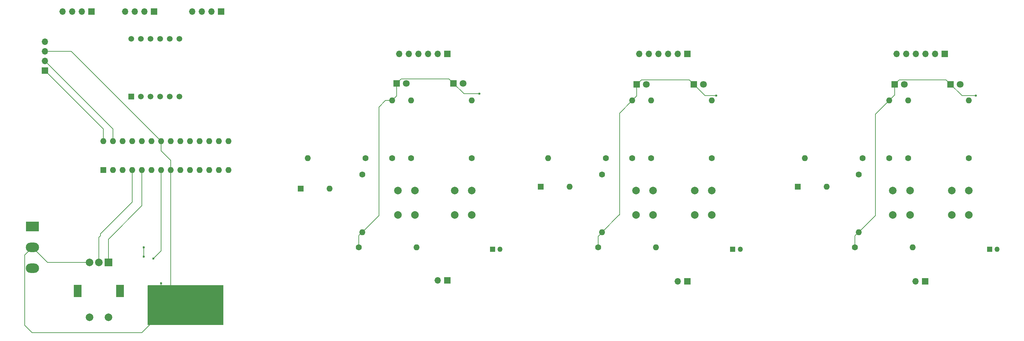
<source format=gbr>
%TF.GenerationSoftware,KiCad,Pcbnew,8.0.6*%
%TF.CreationDate,2024-12-22T20:43:21-05:00*%
%TF.ProjectId,flowcontrol_BL,666c6f77-636f-46e7-9472-6f6c5f424c2e,rev?*%
%TF.SameCoordinates,Original*%
%TF.FileFunction,Copper,L4,Bot*%
%TF.FilePolarity,Positive*%
%FSLAX46Y46*%
G04 Gerber Fmt 4.6, Leading zero omitted, Abs format (unit mm)*
G04 Created by KiCad (PCBNEW 8.0.6) date 2024-12-22 20:43:21*
%MOMM*%
%LPD*%
G01*
G04 APERTURE LIST*
%TA.AperFunction,ComponentPad*%
%ADD10C,2.000000*%
%TD*%
%TA.AperFunction,ComponentPad*%
%ADD11R,1.800000X1.800000*%
%TD*%
%TA.AperFunction,ComponentPad*%
%ADD12C,1.800000*%
%TD*%
%TA.AperFunction,ComponentPad*%
%ADD13R,1.350000X1.350000*%
%TD*%
%TA.AperFunction,ComponentPad*%
%ADD14O,1.350000X1.350000*%
%TD*%
%TA.AperFunction,ComponentPad*%
%ADD15C,1.600000*%
%TD*%
%TA.AperFunction,ComponentPad*%
%ADD16O,1.600000X1.600000*%
%TD*%
%TA.AperFunction,ComponentPad*%
%ADD17R,1.500000X1.500000*%
%TD*%
%TA.AperFunction,ComponentPad*%
%ADD18C,1.500000*%
%TD*%
%TA.AperFunction,ComponentPad*%
%ADD19R,1.600000X1.600000*%
%TD*%
%TA.AperFunction,ComponentPad*%
%ADD20R,1.700000X1.700000*%
%TD*%
%TA.AperFunction,ComponentPad*%
%ADD21O,1.700000X1.700000*%
%TD*%
%TA.AperFunction,ComponentPad*%
%ADD22R,3.500000X2.500000*%
%TD*%
%TA.AperFunction,ComponentPad*%
%ADD23O,3.500000X2.500000*%
%TD*%
%TA.AperFunction,ComponentPad*%
%ADD24R,2.000000X2.000000*%
%TD*%
%TA.AperFunction,ComponentPad*%
%ADD25R,2.000000X3.200000*%
%TD*%
%TA.AperFunction,ViaPad*%
%ADD26C,0.600000*%
%TD*%
%TA.AperFunction,Conductor*%
%ADD27C,0.200000*%
%TD*%
G04 APERTURE END LIST*
D10*
%TO.P,SW2,1,1*%
%TO.N,unconnected-(SW2-Pad1)*%
X188352500Y-96500000D03*
%TO.P,SW2,2,2*%
%TO.N,unconnected-(SW2-Pad2)*%
X183852500Y-96500000D03*
%TO.P,SW2,3,3*%
%TO.N,/Microcontroller/SOL2_SEL*%
X188352500Y-90000000D03*
%TO.P,SW2,4,4*%
%TO.N,/Input Display/VCC_E*%
X183852500Y-90000000D03*
%TD*%
D11*
%TO.P,D4,1,K*%
%TO.N,GND*%
X252080000Y-62000000D03*
D12*
%TO.P,D4,2,A*%
%TO.N,Net-(D4-A)*%
X254620000Y-62000000D03*
%TD*%
D13*
%TO.P,J3,1,Pin_1*%
%TO.N,/Input Display/12V_R*%
X145982500Y-105500000D03*
D14*
%TO.P,J3,2,Pin_2*%
%TO.N,Net-(J3-Pin_2)*%
X147982500Y-105500000D03*
%TD*%
D15*
%TO.P,R10,1*%
%TO.N,Net-(R10-Pad1)*%
X243620000Y-81500000D03*
D16*
%TO.P,R10,2*%
%TO.N,/Microcontroller/SOL3_OUT*%
X228380000Y-81500000D03*
%TD*%
D15*
%TO.P,R6,1*%
%TO.N,Net-(R1LED_G2-Pad1)*%
X175852500Y-81500000D03*
D16*
%TO.P,R6,2*%
%TO.N,/Microcontroller/SOL2_OUT*%
X160612500Y-81500000D03*
%TD*%
D11*
%TO.P,D5,1,K*%
%TO.N,GND*%
X135707500Y-61760000D03*
D12*
%TO.P,D5,2,A*%
%TO.N,Net-(D5-A)*%
X138247500Y-61760000D03*
%TD*%
D15*
%TO.P,R1LED_R2,1*%
%TO.N,/Microcontroller/SOL2_WAIT*%
X187852500Y-81500000D03*
D16*
%TO.P,R1LED_R2,2*%
%TO.N,Net-(D2-A)*%
X187852500Y-66260000D03*
%TD*%
D15*
%TO.P,R8,1*%
%TO.N,Net-(R1LED_G2-Pad1)*%
X174852500Y-85760000D03*
D16*
%TO.P,R8,2*%
%TO.N,GND*%
X174852500Y-101000000D03*
%TD*%
D11*
%TO.P,D6,1,K*%
%TO.N,GND*%
X120707500Y-61760000D03*
D12*
%TO.P,D6,2,A*%
%TO.N,Net-(D6-A)*%
X123247500Y-61760000D03*
%TD*%
D15*
%TO.P,R7,1*%
%TO.N,Net-(R1LED_G2-Pad1)*%
X182852500Y-81500000D03*
D16*
%TO.P,R7,2*%
%TO.N,GND*%
X182852500Y-66260000D03*
%TD*%
D17*
%TO.P,U1,1,e*%
%TO.N,unconnected-(U1-e-Pad1)*%
X50670000Y-65250000D03*
D18*
%TO.P,U1,2,d*%
%TO.N,unconnected-(U1-d-Pad2)*%
X53210000Y-65250000D03*
%TO.P,U1,3,DPX*%
%TO.N,unconnected-(U1-DPX-Pad3)*%
X55750000Y-65250000D03*
%TO.P,U1,4,c*%
%TO.N,unconnected-(U1-c-Pad4)*%
X58290000Y-65250000D03*
%TO.P,U1,5,g*%
%TO.N,unconnected-(U1-g-Pad5)*%
X60830000Y-65250000D03*
%TO.P,U1,6,CA4*%
%TO.N,unconnected-(U1-CA4-Pad6)*%
X63370000Y-65250000D03*
%TO.P,U1,7,b*%
%TO.N,unconnected-(U1-b-Pad7)*%
X63370000Y-50010000D03*
%TO.P,U1,8,CA3*%
%TO.N,unconnected-(U1-CA3-Pad8)*%
X60830000Y-50010000D03*
%TO.P,U1,9,CA2*%
%TO.N,unconnected-(U1-CA2-Pad9)*%
X58290000Y-50010000D03*
%TO.P,U1,10,f*%
%TO.N,unconnected-(U1-f-Pad10)*%
X55750000Y-50010000D03*
%TO.P,U1,11,a*%
%TO.N,unconnected-(U1-a-Pad11)*%
X53210000Y-50010000D03*
%TO.P,U1,12,CA1*%
%TO.N,unconnected-(U1-CA1-Pad12)*%
X50670000Y-50010000D03*
%TD*%
D10*
%TO.P,SW6,1,1*%
%TO.N,/Input Display/VCC_E*%
X135982500Y-90000000D03*
%TO.P,SW6,2,2*%
%TO.N,Net-(R1-Pad1)*%
X140482500Y-90000000D03*
%TO.P,SW6,3,3*%
%TO.N,unconnected-(SW6-Pad3)*%
X135982500Y-96500000D03*
%TO.P,SW6,4,4*%
%TO.N,unconnected-(SW6-Pad4)*%
X140482500Y-96500000D03*
%TD*%
D15*
%TO.P,R1LED_R3,1*%
%TO.N,/Microcontroller/SOL3_WAIT*%
X255620000Y-81500000D03*
D16*
%TO.P,R1LED_R3,2*%
%TO.N,Net-(D4-A)*%
X255620000Y-66260000D03*
%TD*%
D15*
%TO.P,R1LED_G1,1*%
%TO.N,Net-(R1-Pad1)*%
X140482500Y-81500000D03*
D16*
%TO.P,R1LED_G1,2*%
%TO.N,Net-(D5-A)*%
X140482500Y-66260000D03*
%TD*%
D19*
%TO.P,SW12,1,A*%
%TO.N,/Microcontroller/SOL3_MAIN*%
X226500000Y-89000000D03*
D16*
%TO.P,SW12,2,B*%
%TO.N,/Input Display/VCC_E*%
X234120000Y-89000000D03*
%TD*%
D15*
%TO.P,R9,1*%
%TO.N,GND*%
X241620000Y-105000000D03*
D16*
%TO.P,R9,2*%
%TO.N,/Microcontroller/SOL3_SEL*%
X256860000Y-105000000D03*
%TD*%
D19*
%TO.P,SW13,1,A*%
%TO.N,/Microcontroller/SOL1_MAIN*%
X95362500Y-89500000D03*
D16*
%TO.P,SW13,2,B*%
%TO.N,/Input Display/VCC_E*%
X102982500Y-89500000D03*
%TD*%
D20*
%TO.P,REF\u002A\u002A,1*%
%TO.N,N/C*%
X197432500Y-54000000D03*
D21*
%TO.P,REF\u002A\u002A,2*%
X194892500Y-54000000D03*
%TO.P,REF\u002A\u002A,3*%
X192352500Y-54000000D03*
%TO.P,REF\u002A\u002A,4*%
X189812500Y-54000000D03*
%TO.P,REF\u002A\u002A,5*%
X187272500Y-54000000D03*
%TO.P,REF\u002A\u002A,6*%
X184732500Y-54000000D03*
%TD*%
D10*
%TO.P,SW7,1,1*%
%TO.N,/Input Display/VCC_E*%
X199352500Y-90000000D03*
%TO.P,SW7,2,2*%
%TO.N,Net-(R1LED_G2-Pad1)*%
X203852500Y-90000000D03*
%TO.P,SW7,3,3*%
%TO.N,unconnected-(SW7-Pad3)*%
X199352500Y-96500000D03*
%TO.P,SW7,4,4*%
%TO.N,unconnected-(SW7-Pad4)*%
X203852500Y-96500000D03*
%TD*%
D22*
%TO.P,U1,1,IN*%
%TO.N,/Input Display/12V_R*%
X24620000Y-99550000D03*
D23*
%TO.P,U1,2,GND*%
%TO.N,GND*%
X24620000Y-105025000D03*
%TO.P,U1,3,OUT*%
%TO.N,/Input Display/VCC_E*%
X24620000Y-110500000D03*
%TD*%
D15*
%TO.P,R1LED_G2,1*%
%TO.N,Net-(R1LED_G2-Pad1)*%
X203852500Y-81500000D03*
D16*
%TO.P,R1LED_G2,2*%
%TO.N,Net-(D1-A)*%
X203852500Y-66260000D03*
%TD*%
D15*
%TO.P,R4,1*%
%TO.N,GND*%
X173852500Y-105000000D03*
D16*
%TO.P,R4,2*%
%TO.N,/Microcontroller/SOL2_SEL*%
X189092500Y-105000000D03*
%TD*%
D11*
%TO.P,D3,1,K*%
%TO.N,GND*%
X266845000Y-62000000D03*
D12*
%TO.P,D3,2,A*%
%TO.N,Net-(D3-A)*%
X269385000Y-62000000D03*
%TD*%
D20*
%TO.P,REF\u002A\u002A,1*%
%TO.N,N/C*%
X134062500Y-54000000D03*
D21*
%TO.P,REF\u002A\u002A,2*%
X131522500Y-54000000D03*
%TO.P,REF\u002A\u002A,3*%
X128982500Y-54000000D03*
%TO.P,REF\u002A\u002A,4*%
X126442500Y-54000000D03*
%TO.P,REF\u002A\u002A,5*%
X123902500Y-54000000D03*
%TO.P,REF\u002A\u002A,6*%
X121362500Y-54000000D03*
%TD*%
D15*
%TO.P,R11,1*%
%TO.N,Net-(R10-Pad1)*%
X250620000Y-81500000D03*
D16*
%TO.P,R11,2*%
%TO.N,GND*%
X250620000Y-66260000D03*
%TD*%
D24*
%TO.P,SW3,A,A*%
%TO.N,/Input Display/DT*%
X44620000Y-109000000D03*
D10*
%TO.P,SW3,B,B*%
%TO.N,GND*%
X39620000Y-109000000D03*
%TO.P,SW3,C,C*%
%TO.N,/Input Display/CLOCK*%
X42120000Y-109000000D03*
D25*
%TO.P,SW3,MP*%
%TO.N,N/C*%
X47720000Y-116500000D03*
X36520000Y-116500000D03*
D10*
%TO.P,SW3,S1,S1*%
%TO.N,/Input Display/VCC_E*%
X39620000Y-123500000D03*
%TO.P,SW3,S2,S2*%
%TO.N,/Input Display/SWITCH*%
X44620000Y-123500000D03*
%TD*%
D19*
%TO.P,UC1,1,~{RESET}/PC6*%
%TO.N,unconnected-(UC1-~{RESET}{slash}PC6-Pad1)*%
X43300000Y-84620000D03*
D16*
%TO.P,UC1,2,PD0*%
%TO.N,unconnected-(UC1-PD0-Pad2)*%
X45840000Y-84620000D03*
%TO.P,UC1,3,PD1*%
%TO.N,unconnected-(UC1-PD1-Pad3)*%
X48380000Y-84620000D03*
%TO.P,UC1,4,PD2*%
%TO.N,/Input Display/CLOCK*%
X50920000Y-84620000D03*
%TO.P,UC1,5,PD3*%
%TO.N,/Input Display/DT*%
X53460000Y-84620000D03*
%TO.P,UC1,6,PD4*%
%TO.N,/Microcontroller/SOL1_WAIT*%
X56000000Y-84620000D03*
%TO.P,UC1,7,VCC*%
%TO.N,Net-(U4-OUT)*%
X58540000Y-84620000D03*
%TO.P,UC1,8,GND*%
%TO.N,GND*%
X61080000Y-84620000D03*
%TO.P,UC1,9,XTAL1/PB6*%
%TO.N,unconnected-(UC1-XTAL1{slash}PB6-Pad9)*%
X63620000Y-84620000D03*
%TO.P,UC1,10,XTAL2/PB7*%
%TO.N,unconnected-(UC1-XTAL2{slash}PB7-Pad10)*%
X66160000Y-84620000D03*
%TO.P,UC1,11,PD5*%
%TO.N,/Microcontroller/SOL1_MAIN*%
X68700000Y-84620000D03*
%TO.P,UC1,12,PD6*%
%TO.N,/Microcontroller/SOL1_OUT*%
X71240000Y-84620000D03*
%TO.P,UC1,13,PD7*%
%TO.N,/Microcontroller/SOL1_SEL*%
X73780000Y-84620000D03*
%TO.P,UC1,14,PB0*%
%TO.N,/Microcontroller/SOL2_MAIN*%
X76320000Y-84620000D03*
%TO.P,UC1,15,PB1*%
%TO.N,/Microcontroller/SOL2_OUT*%
X76320000Y-77000000D03*
%TO.P,UC1,16,PB2*%
%TO.N,/Microcontroller/SOL2_WAIT*%
X73780000Y-77000000D03*
%TO.P,UC1,17,PB3*%
%TO.N,/Microcontroller/SOL2_SEL*%
X71240000Y-77000000D03*
%TO.P,UC1,18,PB4*%
%TO.N,/Input Display/SWITCH*%
X68700000Y-77000000D03*
%TO.P,UC1,19,PB5*%
%TO.N,unconnected-(UC1-PB5-Pad19)*%
X66160000Y-77000000D03*
%TO.P,UC1,20,AVCC*%
%TO.N,/Input Display/VCC_E*%
X63620000Y-77000000D03*
%TO.P,UC1,21,AREF*%
%TO.N,unconnected-(UC1-AREF-Pad21)*%
X61080000Y-77000000D03*
%TO.P,UC1,22,GND*%
%TO.N,GND*%
X58540000Y-77000000D03*
%TO.P,UC1,23,PC0*%
%TO.N,/Microcontroller/SOL3_MAIN*%
X56000000Y-77000000D03*
%TO.P,UC1,24,PC1*%
%TO.N,/Microcontroller/SOL3_OUT*%
X53460000Y-77000000D03*
%TO.P,UC1,25,PC2*%
%TO.N,/Microcontroller/SOL3_WAIT*%
X50920000Y-77000000D03*
%TO.P,UC1,26,PC3*%
%TO.N,/Microcontroller/SOL3_SEL*%
X48380000Y-77000000D03*
%TO.P,UC1,27,PC4*%
%TO.N,/Input Display/SDA*%
X45840000Y-77000000D03*
%TO.P,UC1,28,PC5*%
%TO.N,/Input Display/SCL*%
X43300000Y-77000000D03*
%TD*%
D20*
%TO.P,REF\u002A\u002A,1*%
%TO.N,N/C*%
X40170000Y-42750000D03*
D21*
%TO.P,REF\u002A\u002A,2*%
X37630000Y-42750000D03*
%TO.P,REF\u002A\u002A,3*%
X35090000Y-42750000D03*
%TO.P,REF\u002A\u002A,4*%
X32550000Y-42750000D03*
%TD*%
D20*
%TO.P,REF\u002A\u002A,1*%
%TO.N,N/C*%
X56670000Y-42750000D03*
D21*
%TO.P,REF\u002A\u002A,2*%
X54130000Y-42750000D03*
%TO.P,REF\u002A\u002A,3*%
X51590000Y-42750000D03*
%TO.P,REF\u002A\u002A,4*%
X49050000Y-42750000D03*
%TD*%
D11*
%TO.P,D1,1,K*%
%TO.N,GND*%
X199077500Y-62000000D03*
D12*
%TO.P,D1,2,A*%
%TO.N,Net-(D1-A)*%
X201617500Y-62000000D03*
%TD*%
D20*
%TO.P,REF\u002A\u002A,1*%
%TO.N,N/C*%
X265280000Y-54000000D03*
D21*
%TO.P,REF\u002A\u002A,2*%
X262740000Y-54000000D03*
%TO.P,REF\u002A\u002A,3*%
X260200000Y-54000000D03*
%TO.P,REF\u002A\u002A,4*%
X257660000Y-54000000D03*
%TO.P,REF\u002A\u002A,5*%
X255120000Y-54000000D03*
%TO.P,REF\u002A\u002A,6*%
X252580000Y-54000000D03*
%TD*%
D15*
%TO.P,R3,1*%
%TO.N,Net-(R1-Pad1)*%
X111602500Y-85760000D03*
D16*
%TO.P,R3,2*%
%TO.N,GND*%
X111602500Y-101000000D03*
%TD*%
D10*
%TO.P,SW10,1,1*%
%TO.N,unconnected-(SW10-Pad1)*%
X256120000Y-96500000D03*
%TO.P,SW10,2,2*%
%TO.N,unconnected-(SW10-Pad2)*%
X251620000Y-96500000D03*
%TO.P,SW10,3,3*%
%TO.N,/Microcontroller/SOL3_SEL*%
X256120000Y-90000000D03*
%TO.P,SW10,4,4*%
%TO.N,/Input Display/VCC_E*%
X251620000Y-90000000D03*
%TD*%
D11*
%TO.P,D2,1,K*%
%TO.N,GND*%
X184045143Y-62026657D03*
D12*
%TO.P,D2,2,A*%
%TO.N,Net-(D2-A)*%
X186585143Y-62026657D03*
%TD*%
D15*
%TO.P,R2,1*%
%TO.N,Net-(R1-Pad1)*%
X119482500Y-81500000D03*
D16*
%TO.P,R2,2*%
%TO.N,GND*%
X119482500Y-66260000D03*
%TD*%
D20*
%TO.P,J1,1,Pin_1*%
%TO.N,/Input Display/SCL*%
X27870000Y-58370000D03*
D21*
%TO.P,J1,2,Pin_2*%
%TO.N,/Input Display/SDA*%
X27870000Y-55830000D03*
%TO.P,J1,3,Pin_3*%
%TO.N,GND*%
X27870000Y-53290000D03*
%TO.P,J1,4,Pin_4*%
%TO.N,/Input Display/VCC_E*%
X27870000Y-50750000D03*
%TD*%
D19*
%TO.P,SW8,1,A*%
%TO.N,/Microcontroller/SOL2_MAIN*%
X158732500Y-89000000D03*
D16*
%TO.P,SW8,2,B*%
%TO.N,/Input Display/VCC_E*%
X166352500Y-89000000D03*
%TD*%
D13*
%TO.P,J4,1,Pin_1*%
%TO.N,/Input Display/12V_R*%
X277120000Y-105500000D03*
D14*
%TO.P,J4,2,Pin_2*%
%TO.N,Net-(J4-Pin_2)*%
X279120000Y-105500000D03*
%TD*%
D15*
%TO.P,R12,1*%
%TO.N,Net-(R10-Pad1)*%
X242620000Y-85760000D03*
D16*
%TO.P,R12,2*%
%TO.N,GND*%
X242620000Y-101000000D03*
%TD*%
D20*
%TO.P,REF\u002A\u002A,1*%
%TO.N,N/C*%
X74370000Y-42750000D03*
D21*
%TO.P,REF\u002A\u002A,2*%
X71830000Y-42750000D03*
%TO.P,REF\u002A\u002A,3*%
X69290000Y-42750000D03*
%TO.P,REF\u002A\u002A,4*%
X66750000Y-42750000D03*
%TD*%
D15*
%TO.P,R5,1*%
%TO.N,GND*%
X110732500Y-105000000D03*
D16*
%TO.P,R5,2*%
%TO.N,/Microcontroller/SOL1_SEL*%
X125972500Y-105000000D03*
%TD*%
D20*
%TO.P,REF\u002A\u002A,1*%
%TO.N,N/C*%
X134022500Y-113750000D03*
D21*
%TO.P,REF\u002A\u002A,2*%
X131482500Y-113750000D03*
%TD*%
D15*
%TO.P,R1,1*%
%TO.N,Net-(R1-Pad1)*%
X112482500Y-81500000D03*
D16*
%TO.P,R1,2*%
%TO.N,/Microcontroller/SOL1_OUT*%
X97242500Y-81500000D03*
%TD*%
D10*
%TO.P,SW5,1,1*%
%TO.N,unconnected-(SW5-Pad1)*%
X125482500Y-96500000D03*
%TO.P,SW5,2,2*%
%TO.N,unconnected-(SW5-Pad2)*%
X120982500Y-96500000D03*
%TO.P,SW5,3,3*%
%TO.N,/Microcontroller/SOL1_SEL*%
X125482500Y-90000000D03*
%TO.P,SW5,4,4*%
%TO.N,/Input Display/VCC_E*%
X120982500Y-90000000D03*
%TD*%
%TO.P,SW11,1,1*%
%TO.N,/Input Display/VCC_E*%
X267120000Y-90000000D03*
%TO.P,SW11,2,2*%
%TO.N,Net-(R10-Pad1)*%
X271620000Y-90000000D03*
%TO.P,SW11,3,3*%
%TO.N,unconnected-(SW11-Pad3)*%
X267120000Y-96500000D03*
%TO.P,SW11,4,4*%
%TO.N,unconnected-(SW11-Pad4)*%
X271620000Y-96500000D03*
%TD*%
D20*
%TO.P,REF\u002A\u002A,1*%
%TO.N,N/C*%
X197392500Y-114000000D03*
D21*
%TO.P,REF\u002A\u002A,2*%
X194852500Y-114000000D03*
%TD*%
D13*
%TO.P,J2,1,Pin_1*%
%TO.N,/Input Display/12V_R*%
X209352500Y-105500000D03*
D14*
%TO.P,J2,2,Pin_2*%
%TO.N,Net-(J2-Pin_2)*%
X211352500Y-105500000D03*
%TD*%
D15*
%TO.P,R1LED_G3,1*%
%TO.N,Net-(R10-Pad1)*%
X271620000Y-81500000D03*
D16*
%TO.P,R1LED_G3,2*%
%TO.N,Net-(D3-A)*%
X271620000Y-66260000D03*
%TD*%
D15*
%TO.P,R1LED_R1,1*%
%TO.N,/Microcontroller/SOL1_WAIT*%
X124482500Y-81500000D03*
D16*
%TO.P,R1LED_R1,2*%
%TO.N,Net-(D6-A)*%
X124482500Y-66260000D03*
%TD*%
D20*
%TO.P,REF\u002A\u002A,1*%
%TO.N,N/C*%
X260160000Y-114000000D03*
D21*
%TO.P,REF\u002A\u002A,2*%
X257620000Y-114000000D03*
%TD*%
D26*
%TO.N,GND*%
X273500000Y-65000000D03*
X205000000Y-65000000D03*
X58500000Y-114500000D03*
X142500000Y-64500000D03*
%TO.N,/Input Display/SWITCH*%
X54000000Y-105000000D03*
X54000000Y-107500000D03*
%TO.N,Net-(U4-OUT)*%
X56500000Y-108000000D03*
%TD*%
D27*
%TO.N,GND*%
X135707500Y-61760000D02*
X134507500Y-60560000D01*
X61080000Y-82080000D02*
X61080000Y-84620000D01*
X247000000Y-69880000D02*
X250620000Y-66260000D01*
X173852500Y-102147500D02*
X173852500Y-105000000D01*
X241620000Y-105000000D02*
X241620000Y-102000000D01*
X252080000Y-62000000D02*
X252080000Y-64800000D01*
X24500000Y-127500000D02*
X53500000Y-127500000D01*
X27870000Y-53290000D02*
X34830000Y-53290000D01*
X117740000Y-66260000D02*
X116000000Y-68000000D01*
X53500000Y-127500000D02*
X56000000Y-125000000D01*
X24620000Y-105025000D02*
X22570000Y-107075000D01*
X184045143Y-62026657D02*
X184045143Y-65067357D01*
X185245143Y-60826657D02*
X197904157Y-60826657D01*
X205000000Y-65000000D02*
X202077500Y-65000000D01*
X273500000Y-65000000D02*
X269845000Y-65000000D01*
X58500000Y-114500000D02*
X58500000Y-115500000D01*
X121907500Y-60560000D02*
X120707500Y-61760000D01*
X174852500Y-101147500D02*
X173852500Y-102147500D01*
X39620000Y-109000000D02*
X28595000Y-109000000D01*
X179500000Y-69612500D02*
X179500000Y-96500000D01*
X116000000Y-96602500D02*
X111602500Y-101000000D01*
X61080000Y-84620000D02*
X61080000Y-115420000D01*
X182852500Y-66260000D02*
X179500000Y-69612500D01*
X22570000Y-125570000D02*
X24500000Y-127500000D01*
X120707500Y-65035000D02*
X119482500Y-66260000D01*
X58540000Y-77000000D02*
X58540000Y-79540000D01*
X179500000Y-96500000D02*
X179352500Y-96500000D01*
X247000000Y-96620000D02*
X247000000Y-69880000D01*
X119482500Y-66260000D02*
X117740000Y-66260000D01*
X184045143Y-62026657D02*
X185245143Y-60826657D01*
X179352500Y-96500000D02*
X174852500Y-101000000D01*
X58540000Y-79540000D02*
X61080000Y-82080000D01*
X22570000Y-107075000D02*
X22570000Y-125570000D01*
X120707500Y-61760000D02*
X120707500Y-65035000D01*
X253280000Y-60800000D02*
X265645000Y-60800000D01*
X174852500Y-101000000D02*
X174852500Y-101147500D01*
X265645000Y-60800000D02*
X266845000Y-62000000D01*
X241620000Y-102000000D02*
X242620000Y-101000000D01*
X110732500Y-101870000D02*
X111602500Y-101000000D01*
X110732500Y-105000000D02*
X110732500Y-101870000D01*
X34830000Y-53290000D02*
X58540000Y-77000000D01*
X252080000Y-62000000D02*
X253280000Y-60800000D01*
X134507500Y-60560000D02*
X121907500Y-60560000D01*
X252080000Y-64800000D02*
X250620000Y-66260000D01*
X242620000Y-101000000D02*
X247000000Y-96620000D01*
X138447500Y-64500000D02*
X135707500Y-61760000D01*
X197904157Y-60826657D02*
X199077500Y-62000000D01*
X116000000Y-68000000D02*
X116000000Y-96602500D01*
X28595000Y-109000000D02*
X24620000Y-105025000D01*
X269845000Y-65000000D02*
X266845000Y-62000000D01*
X142500000Y-64500000D02*
X138447500Y-64500000D01*
X184045143Y-65067357D02*
X182852500Y-66260000D01*
X61080000Y-115420000D02*
X61000000Y-115500000D01*
X202077500Y-65000000D02*
X199077500Y-62000000D01*
%TO.N,/Input Display/SDA*%
X45840000Y-73800000D02*
X45840000Y-77000000D01*
X27870000Y-55830000D02*
X45840000Y-73800000D01*
%TO.N,/Input Display/SCL*%
X43300000Y-73800000D02*
X43300000Y-77000000D01*
X27870000Y-58370000D02*
X43300000Y-73800000D01*
%TO.N,/Input Display/CLOCK*%
X50920000Y-84620000D02*
X50920000Y-93080000D01*
X42500000Y-102000000D02*
X42120000Y-102380000D01*
X42500000Y-101500000D02*
X42500000Y-102000000D01*
X50920000Y-93080000D02*
X42500000Y-101500000D01*
X42120000Y-102380000D02*
X42120000Y-109000000D01*
%TO.N,/Input Display/DT*%
X53460000Y-84620000D02*
X53460000Y-94040000D01*
X53460000Y-94040000D02*
X44620000Y-102880000D01*
X44620000Y-102880000D02*
X44620000Y-109000000D01*
%TO.N,/Input Display/SWITCH*%
X54000000Y-107500000D02*
X54000000Y-105000000D01*
%TO.N,Net-(U4-OUT)*%
X58540000Y-105960000D02*
X56500000Y-108000000D01*
X58540000Y-84620000D02*
X58540000Y-105960000D01*
%TD*%
%TA.AperFunction,Conductor*%
%TO.N,GND*%
G36*
X74943039Y-115019685D02*
G01*
X74988794Y-115072489D01*
X75000000Y-115124000D01*
X75000000Y-125376000D01*
X74980315Y-125443039D01*
X74927511Y-125488794D01*
X74876000Y-125500000D01*
X55124000Y-125500000D01*
X55056961Y-125480315D01*
X55011206Y-125427511D01*
X55000000Y-125376000D01*
X55000000Y-115124000D01*
X55019685Y-115056961D01*
X55072489Y-115011206D01*
X55124000Y-115000000D01*
X74876000Y-115000000D01*
X74943039Y-115019685D01*
G37*
%TD.AperFunction*%
%TD*%
M02*

</source>
